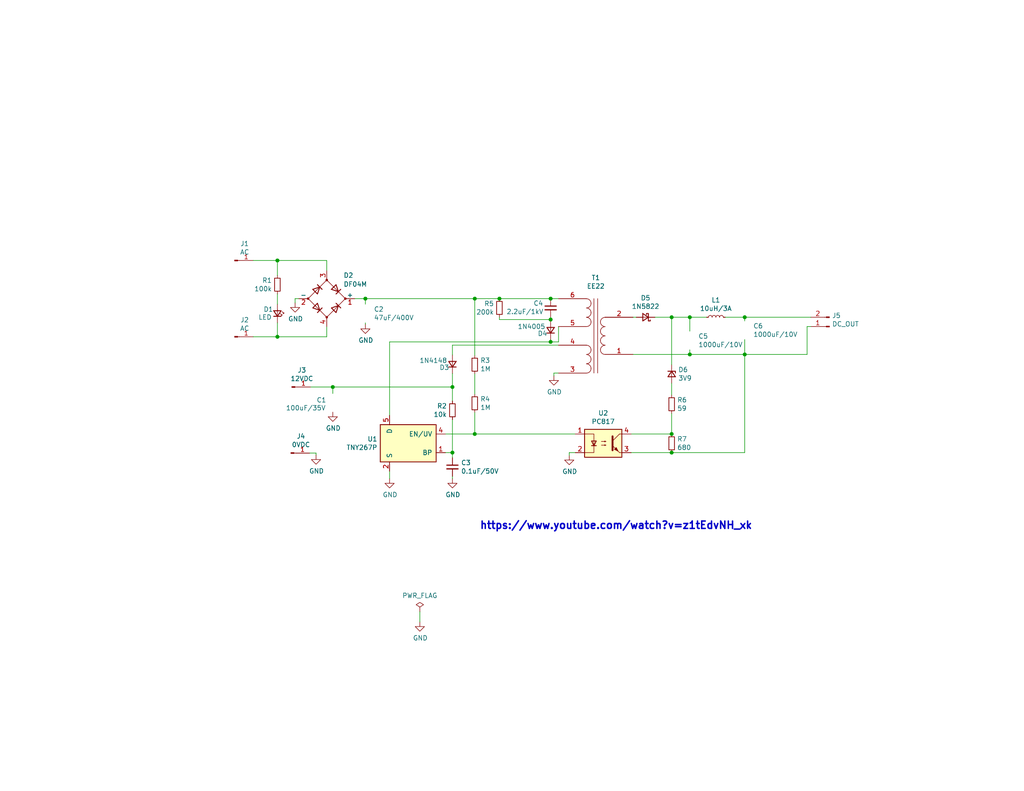
<source format=kicad_sch>
(kicad_sch (version 20211123) (generator eeschema)
  (paper "USLetter")
  (title_block (title "ACDC Switching") (date "2020-08-26"))
  (lib_symbols
    (symbol "Connector:Conn_01x01_Male" (pin_names (offset 1.016) hide)
      (property "Reference" "J" (at 0 2.54 0))
      (property "Value" "Conn_01x01_Male" (at 0 -2.54 0))
      (symbol "Conn_01x01_Male_1_1"
        (polyline (pts (xy 1.27 0) (xy 0.8636 0)) (stroke (width 0.1524)))
        (rectangle (start 0.8636 0.127) (end 0 -0.127) (stroke (width 0.1524)) (fill (type outline)))
        (pin passive line (at 5.08 0 180) (length 3.81) (name "Pin_1") (number "1"))
      )
    )
    (symbol "Connector:Conn_01x02_Male" (pin_names (offset 1.016) hide)
      (property "Reference" "J" (at 0 2.54 0))
      (property "Value" "Conn_01x02_Male" (at 0 -5.08 0))
      (symbol "Conn_01x02_Male_1_1"
        (polyline (pts (xy 1.27 -2.54) (xy 0.8636 -2.54)) (stroke (width 0.1524)))
        (polyline (pts (xy 1.27 0) (xy 0.8636 0)) (stroke (width 0.1524)))
        (rectangle (start 0.8636 -2.413) (end 0 -2.667) (stroke (width 0.1524)) (fill (type outline)))
        (rectangle (start 0.8636 0.127) (end 0 -0.127) (stroke (width 0.1524)) (fill (type outline)))
        (pin passive line (at 5.08 0 180) (length 3.81) (name "Pin_1") (number "1"))
        (pin passive line (at 5.08 -2.54 180) (length 3.81) (name "Pin_2") (number "2"))
      )
    )
    (symbol "Device:C_Small" (pin_numbers hide) (pin_names (offset 0.254) hide)
      (property "Reference" "C" (at 0.254 1.778 0))
      (property "Value" "C_Small" (at 0.254 -2.032 0))
      (symbol "C_Small_0_1"
        (polyline (pts (xy -1.524 -0.508) (xy 1.524 -0.508)) (stroke (width 0.3302)))
        (polyline (pts (xy -1.524 0.508) (xy 1.524 0.508)) (stroke (width 0.3048)))
      )
      (symbol "C_Small_1_1"
        (pin passive line (at 0 2.54 270) (length 2.032) (name "~") (number "1"))
        (pin passive line (at 0 -2.54 90) (length 2.032) (name "~") (number "2"))
      )
    )
    (symbol "Device:D_Bridge_+-AA" (pin_names (offset 0))
      (property "Reference" "D" (at 2.54 6.985 0))
      (property "Value" "D_Bridge_+-AA" (at 2.54 5.08 0))
      (symbol "D_Bridge_+-AA_0_1"
        (circle (center -5.08 0) (radius 0.254) (fill (type outline)))
        (circle (center 0 -5.08) (radius 0.254) (fill (type outline)))
        (polyline (pts (xy -2.54 3.81) (xy -1.27 2.54)) (stroke (width 0.254)))
        (polyline (pts (xy -1.27 -2.54) (xy -2.54 -3.81)) (stroke (width 0.254)))
        (polyline (pts (xy 2.54 -1.27) (xy 3.81 -2.54)) (stroke (width 0.254)))
        (polyline (pts (xy 2.54 1.27) (xy 3.81 2.54)) (stroke (width 0.254)))
        (polyline (pts (xy -3.81 2.54) (xy -2.54 1.27) (xy -1.905 3.175) (xy -3.81 2.54)) (stroke (width 0.254)))
        (polyline (pts (xy -2.54 -1.27) (xy -3.81 -2.54) (xy -1.905 -3.175) (xy -2.54 -1.27)) (stroke (width 0.254)))
        (polyline (pts (xy 1.27 2.54) (xy 2.54 3.81) (xy 3.175 1.905) (xy 1.27 2.54)) (stroke (width 0.254)))
        (polyline (pts (xy 3.175 -1.905) (xy 1.27 -2.54) (xy 2.54 -3.81) (xy 3.175 -1.905)) (stroke (width 0.254)))
        (polyline (pts (xy -5.08 0) (xy 0 -5.08) (xy 5.08 0) (xy 0 5.08) (xy -5.08 0)))
        (circle (center 0 5.08) (radius 0.254) (fill (type outline)))
        (circle (center 5.08 0) (radius 0.254) (fill (type outline)))
      )
      (symbol "D_Bridge_+-AA_1_1"
        (pin passive line (at 7.62 0 180) (length 2.54) (name "+") (number "1"))
        (pin passive line (at -7.62 0 0) (length 2.54) (name "-") (number "2"))
        (pin passive line (at 0 7.62 270) (length 2.54) (name "~") (number "3"))
        (pin passive line (at 0 -7.62 90) (length 2.54) (name "~") (number "4"))
      )
    )
    (symbol "Device:D_Schottky_Small" (pin_numbers hide) (pin_names (offset 0.254) hide)
      (property "Reference" "D" (at -1.27 2.032 0))
      (property "Value" "D_Schottky_Small" (at -7.112 -2.032 0))
      (symbol "D_Schottky_Small_0_1"
        (polyline (pts (xy -0.762 0) (xy 0.762 0)))
        (polyline (pts (xy 0.762 -1.016) (xy -0.762 0) (xy 0.762 1.016) (xy 0.762 -1.016)) (stroke (width 0.254)))
        (polyline (pts (xy -1.27 0.762) (xy -1.27 1.016) (xy -0.762 1.016) (xy -0.762 -1.016) (xy -0.254 -1.016) (xy -0.254 -0.762)) (stroke (width 0.254)))
      )
      (symbol "D_Schottky_Small_1_1"
        (pin passive line (at -2.54 0 0) (length 1.778) (name "K") (number "1"))
        (pin passive line (at 2.54 0 180) (length 1.778) (name "A") (number "2"))
      )
    )
    (symbol "Device:D_Small" (pin_numbers hide) (pin_names (offset 0.254) hide)
      (property "Reference" "D" (at -1.27 2.032 0))
      (property "Value" "D_Small" (at -3.81 -2.032 0))
      (symbol "D_Small_0_1"
        (polyline (pts (xy -0.762 -1.016) (xy -0.762 1.016)) (stroke (width 0.254)))
        (polyline (pts (xy -0.762 0) (xy 0.762 0)))
        (polyline (pts (xy 0.762 -1.016) (xy -0.762 0) (xy 0.762 1.016) (xy 0.762 -1.016)) (stroke (width 0.254)))
      )
      (symbol "D_Small_1_1"
        (pin passive line (at -2.54 0 0) (length 1.778) (name "K") (number "1"))
        (pin passive line (at 2.54 0 180) (length 1.778) (name "A") (number "2"))
      )
    )
    (symbol "Device:D_Zener_Small" (pin_numbers hide) (pin_names (offset 0.254) hide)
      (property "Reference" "D" (at 0 2.286 0))
      (property "Value" "D_Zener_Small" (at 0 -2.286 0))
      (symbol "D_Zener_Small_0_1"
        (polyline (pts (xy 0.762 0) (xy -0.762 0)))
        (polyline (pts (xy -0.254 1.016) (xy -0.762 1.016) (xy -0.762 -1.016)) (stroke (width 0.254)))
        (polyline (pts (xy 0.762 1.016) (xy -0.762 0) (xy 0.762 -1.016) (xy 0.762 1.016)) (stroke (width 0.254)))
      )
      (symbol "D_Zener_Small_1_1"
        (pin passive line (at -2.54 0 0) (length 1.778) (name "K") (number "1"))
        (pin passive line (at 2.54 0 180) (length 1.778) (name "A") (number "2"))
      )
    )
    (symbol "Device:LED_Small" (pin_numbers hide) (pin_names (offset 0.254) hide)
      (property "Reference" "D" (at -1.27 3.175 0))
      (property "Value" "LED_Small" (at -4.445 -2.54 0))
      (symbol "LED_Small_0_1"
        (polyline (pts (xy -0.762 -1.016) (xy -0.762 1.016)) (stroke (width 0.254)))
        (polyline (pts (xy 1.016 0) (xy -0.762 0)))
        (polyline (pts (xy 0.762 -1.016) (xy -0.762 0) (xy 0.762 1.016) (xy 0.762 -1.016)) (stroke (width 0.254)))
        (polyline (pts (xy 0 0.762) (xy -0.508 1.27) (xy -0.254 1.27) (xy -0.508 1.27) (xy -0.508 1.016)))
        (polyline (pts (xy 0.508 1.27) (xy 0 1.778) (xy 0.254 1.778) (xy 0 1.778) (xy 0 1.524)))
      )
      (symbol "LED_Small_1_1"
        (pin passive line (at -2.54 0 0) (length 1.778) (name "K") (number "1"))
        (pin passive line (at 2.54 0 180) (length 1.778) (name "A") (number "2"))
      )
    )
    (symbol "Device:L_Small" (pin_numbers hide) (pin_names (offset 0.254) hide)
      (property "Reference" "L" (at 0.762 1.016 0))
      (property "Value" "L_Small" (at 0.762 -1.016 0))
      (symbol "L_Small_0_1"
        (arc (start 0 -2.032) (mid 0.508 -1.524) (end 0 -1.016))
        (arc (start 0 -1.016) (mid 0.508 -0.508) (end 0 0))
        (arc (start 0 0) (mid 0.508 0.508) (end 0 1.016))
        (arc (start 0 1.016) (mid 0.508 1.524) (end 0 2.032))
      )
      (symbol "L_Small_1_1"
        (pin passive line (at 0 2.54 270) (length 0.508) (name "~") (number "1"))
        (pin passive line (at 0 -2.54 90) (length 0.508) (name "~") (number "2"))
      )
    )
    (symbol "Device:R_Small" (pin_numbers hide) (pin_names (offset 0.254) hide)
      (property "Reference" "R" (at 0.762 0.508 0))
      (property "Value" "R_Small" (at 0.762 -1.016 0))
      (symbol "R_Small_0_1"
        (rectangle (start -0.762 1.778) (end 0.762 -1.778) (stroke (width 0.2032)))
      )
      (symbol "R_Small_1_1"
        (pin passive line (at 0 2.54 270) (length 0.762) (name "~") (number "1"))
        (pin passive line (at 0 -2.54 90) (length 0.762) (name "~") (number "2"))
      )
    )
    (symbol "Device:Transformer_1P_2S" (pin_names (offset 1.016) hide)
      (property "Reference" "T" (at 0 12.7 0))
      (property "Value" "Transformer_1P_2S" (at 0 -12.7 0))
      (symbol "Transformer_1P_2S_0_1"
        (arc (start -2.54 -5.0546) (mid -1.6561 -4.6863) (end -1.27 -3.81))
        (arc (start -2.54 -2.5146) (mid -1.6561 -2.1463) (end -1.27 -1.27))
        (arc (start -2.54 0.0254) (mid -1.6561 0.3937) (end -1.27 1.27))
        (arc (start -2.54 2.5654) (mid -1.6561 2.9337) (end -1.27 3.81))
        (arc (start -1.27 -3.81) (mid -1.642 -2.912) (end -2.54 -2.54))
        (arc (start -1.27 -1.27) (mid -1.642 -0.372) (end -2.54 0))
        (arc (start -1.27 1.27) (mid -1.642 2.168) (end -2.54 2.54))
        (arc (start -1.27 3.81) (mid -1.642 4.708) (end -2.54 5.08))
        (polyline (pts (xy -0.508 -10.16) (xy -0.508 10.16)))
        (polyline (pts (xy 0.508 10.16) (xy 0.508 -10.16)))
        (arc (start 1.2954 -8.89) (mid 1.6599 -9.7701) (end 2.54 -10.1346))
        (arc (start 1.2954 -6.35) (mid 1.6599 -7.2301) (end 2.54 -7.5946))
        (arc (start 1.2954 -3.81) (mid 1.6599 -4.6901) (end 2.54 -5.0546))
        (arc (start 1.2954 3.81) (mid 1.6599 2.9299) (end 2.54 2.5654))
        (arc (start 1.2954 6.35) (mid 1.6599 5.4699) (end 2.54 5.1054))
        (arc (start 1.2954 8.89) (mid 1.6599 8.0099) (end 2.54 7.6454))
        (arc (start 2.54 -7.62) (mid 1.6456 -7.9883) (end 1.2954 -8.89))
        (arc (start 2.54 -5.08) (mid 1.6456 -5.4483) (end 1.2954 -6.35))
        (arc (start 2.54 -2.54) (mid 1.6456 -2.9083) (end 1.2954 -3.81))
        (arc (start 2.54 5.08) (mid 1.6456 4.7117) (end 1.2954 3.81))
        (arc (start 2.54 7.62) (mid 1.6456 7.2517) (end 1.2954 6.35))
        (arc (start 2.54 10.16) (mid 1.6456 9.7917) (end 1.2954 8.89))
      )
      (symbol "Transformer_1P_2S_1_1"
        (pin passive line (at -10.16 5.08 0) (length 7.62) (name "AA") (number "1"))
        (pin passive line (at -10.16 -5.08 0) (length 7.62) (name "AB") (number "2"))
        (pin passive line (at 10.16 10.16 180) (length 7.62) (name "SA") (number "3"))
        (pin passive line (at 10.16 2.54 180) (length 7.62) (name "SB") (number "4"))
        (pin passive line (at 10.16 -2.54 180) (length 7.62) (name "SC") (number "5"))
        (pin passive line (at 10.16 -10.16 180) (length 7.62) (name "SD") (number "6"))
      )
    )
    (symbol "Isolator:PC817" (pin_names (offset 1.016))
      (property "Reference" "U" (at -5.08 5.08 0))
      (property "Value" "PC817" (at 0 5.08 0))
      (symbol "PC817_0_1"
        (rectangle (start -5.08 3.81) (end 5.08 -3.81) (stroke (width 0.254)) (fill (type background)))
        (polyline (pts (xy -3.175 -0.635) (xy -1.905 -0.635)) (stroke (width 0.254)))
        (polyline (pts (xy 2.54 0.635) (xy 4.445 2.54)))
        (polyline (pts (xy 4.445 -2.54) (xy 2.54 -0.635)) (fill (type outline)))
        (polyline (pts (xy 4.445 -2.54) (xy 5.08 -2.54)))
        (polyline (pts (xy 4.445 2.54) (xy 5.08 2.54)))
        (polyline (pts (xy -5.08 2.54) (xy -2.54 2.54) (xy -2.54 -0.635)))
        (polyline (pts (xy -2.54 -0.635) (xy -2.54 -2.54) (xy -5.08 -2.54)))
        (polyline (pts (xy 2.54 1.905) (xy 2.54 -1.905) (xy 2.54 -1.905)) (stroke (width 0.508)))
        (polyline (pts (xy -2.54 -0.635) (xy -3.175 0.635) (xy -1.905 0.635) (xy -2.54 -0.635)) (stroke (width 0.254)))
        (polyline (pts (xy -0.508 -0.508) (xy 0.762 -0.508) (xy 0.381 -0.635) (xy 0.381 -0.381) (xy 0.762 -0.508)))
        (polyline (pts (xy -0.508 0.508) (xy 0.762 0.508) (xy 0.381 0.381) (xy 0.381 0.635) (xy 0.762 0.508)))
        (polyline (pts (xy 3.048 -1.651) (xy 3.556 -1.143) (xy 4.064 -2.159) (xy 3.048 -1.651) (xy 3.048 -1.651)) (fill (type outline)))
      )
      (symbol "PC817_1_1"
        (pin passive line (at -7.62 2.54 0) (length 2.54) (name "~") (number "1"))
        (pin passive line (at -7.62 -2.54 0) (length 2.54) (name "~") (number "2"))
        (pin passive line (at 7.62 -2.54 180) (length 2.54) (name "~") (number "3"))
        (pin passive line (at 7.62 2.54 180) (length 2.54) (name "~") (number "4"))
      )
    )
    (symbol "Regulator_Switching:TNY267P" (pin_names (offset 1.016))
      (property "Reference" "U" (at 0 8.89 0))
      (property "Value" "TNY267P" (at 0 6.35 0))
      (symbol "TNY267P_0_1"
        (rectangle (start -7.62 5.08) (end 7.62 -5.08) (stroke (width 0.254)) (fill (type background)))
      )
      (symbol "TNY267P_1_1"
        (pin input line (at 10.16 -2.54 180) (length 2.54) (name "BP") (number "1"))
        (pin power_in line (at -5.08 -7.62 90) (length 2.54) (name "S") (number "2"))
        (pin passive line (at -5.08 -7.62 90) (length 2.54) hide (name "S") (number "3"))
        (pin input line (at 10.16 2.54 180) (length 2.54) (name "EN/UV") (number "4"))
        (pin open_collector line (at -5.08 7.62 270) (length 2.54) (name "D") (number "5"))
        (pin passive line (at -5.08 -7.62 90) (length 2.54) hide (name "S") (number "7"))
        (pin passive line (at -5.08 -7.62 90) (length 2.54) hide (name "S") (number "8"))
      )
    )
    (symbol "power:GND" (power) (pin_names (offset 0))
      (property "Value" "GND" (at 0 -3.81 0))
      (symbol "GND_0_1"
        (polyline (pts (xy 0 0) (xy 0 -1.27) (xy 1.27 -1.27) (xy 0 -2.54) (xy -1.27 -1.27) (xy 0 -1.27)))
      )
      (symbol "GND_1_1"
        (pin power_in line (at 0 0 270) (length 0) hide (name "GND") (number "1"))
      )
    )
    (symbol "power:PWR_FLAG" (power) (pin_numbers hide) (pin_names (offset 0) hide)
      (property "Value" "PWR_FLAG" (at 0 3.81 0))
      (symbol "PWR_FLAG_0_0"
        (pin power_out line (at 0 0 90) (length 0) (name "pwr") (number "1"))
      )
      (symbol "PWR_FLAG_0_1"
        (polyline (pts (xy 0 0) (xy 0 1.27) (xy -1.016 1.905) (xy 0 2.54) (xy 1.016 1.905) (xy 0 1.27)))
      )
    )
  )
  (junction (at 203.2 96.774))
  (junction (at 129.54 118.491))
  (junction (at 188.214 86.614))
  (junction (at 75.692 71.12))
  (junction (at 129.54 81.534))
  (junction (at 136.271 81.534))
  (junction (at 123.444 123.571))
  (junction (at 203.2 86.614))
  (junction (at 150.241 81.534))
  (junction (at 188.214 96.774))
  (junction (at 75.692 91.948))
  (junction (at 183.261 86.614))
  (junction (at 99.695 81.534))
  (junction (at 183.261 123.571))
  (junction (at 123.444 105.664))
  (junction (at 150.241 87.249))
  (junction (at 183.261 118.491))
  (junction (at 90.805 105.664))
  (junction (at 150.241 93.345))
  (wire (pts (xy 150.241 93.345) (xy 152.4 93.345)))
  (wire (pts (xy 183.261 104.648) (xy 183.261 107.823)))
  (wire (pts (xy 69.088 91.948) (xy 75.692 91.948)))
  (wire (pts (xy 150.241 86.614) (xy 150.241 87.249)))
  (wire (pts (xy 178.689 86.614) (xy 183.261 86.614)))
  (wire (pts (xy 99.695 83.058) (xy 99.695 81.534)))
  (wire (pts (xy 106.299 113.411) (xy 106.299 93.345)))
  (wire (pts (xy 123.444 96.901) (xy 123.444 94.234)))
  (wire (pts (xy 220.218 89.154) (xy 220.218 96.774)))
  (wire (pts (xy 75.692 91.948) (xy 89.154 91.948)))
  (wire (pts (xy 150.241 92.71) (xy 150.241 93.345)))
  (wire (pts (xy 89.154 71.12) (xy 89.154 73.914)))
  (wire (pts (xy 172.72 96.774) (xy 188.214 96.774)))
  (wire (pts (xy 136.271 86.614) (xy 136.271 87.249)))
  (wire (pts (xy 155.321 123.571) (xy 156.972 123.571)))
  (wire (pts (xy 203.2 96.774) (xy 203.2 123.571)))
  (wire (pts (xy 80.518 81.534) (xy 80.518 82.677)))
  (wire (pts (xy 114.554 167.005) (xy 114.554 169.799)))
  (wire (pts (xy 197.866 86.614) (xy 203.2 86.614)))
  (wire (pts (xy 123.444 123.571) (xy 123.444 124.968)))
  (wire (pts (xy 183.261 86.614) (xy 183.261 99.568)))
  (wire (pts (xy 84.709 105.664) (xy 90.805 105.664)))
  (wire (pts (xy 220.218 96.774) (xy 203.2 96.774)))
  (wire (pts (xy 136.271 87.249) (xy 150.241 87.249)))
  (wire (pts (xy 188.214 90.424) (xy 188.214 86.614)))
  (wire (pts (xy 81.534 81.534) (xy 80.518 81.534)))
  (wire (pts (xy 150.241 81.534) (xy 152.4 81.534)))
  (wire (pts (xy 129.54 118.491) (xy 129.54 112.649)))
  (wire (pts (xy 89.154 91.948) (xy 89.154 89.154)))
  (wire (pts (xy 152.4 93.345) (xy 152.4 89.154)))
  (wire (pts (xy 203.2 123.571) (xy 183.261 123.571)))
  (wire (pts (xy 203.2 96.774) (xy 188.214 96.774)))
  (wire (pts (xy 90.805 107.442) (xy 90.805 105.664)))
  (wire (pts (xy 203.2 92.71) (xy 203.2 96.774)))
  (wire (pts (xy 123.444 130.048) (xy 123.444 130.683)))
  (wire (pts (xy 86.233 123.698) (xy 86.233 124.206)))
  (wire (pts (xy 84.455 123.698) (xy 86.233 123.698)))
  (wire (pts (xy 151.13 102.616) (xy 151.13 101.854)))
  (wire (pts (xy 75.692 80.264) (xy 75.692 83.058)))
  (wire (pts (xy 136.271 81.534) (xy 150.241 81.534)))
  (wire (pts (xy 123.444 114.554) (xy 123.444 123.571)))
  (wire (pts (xy 129.54 81.534) (xy 136.271 81.534)))
  (wire (pts (xy 203.2 86.614) (xy 221.234 86.614)))
  (wire (pts (xy 188.214 96.774) (xy 188.214 95.504)))
  (wire (pts (xy 106.299 93.345) (xy 150.241 93.345)))
  (wire (pts (xy 129.54 118.491) (xy 156.972 118.491)))
  (wire (pts (xy 183.261 112.903) (xy 183.261 118.491)))
  (wire (pts (xy 172.212 118.491) (xy 183.261 118.491)))
  (wire (pts (xy 172.212 123.571) (xy 183.261 123.571)))
  (wire (pts (xy 188.214 86.614) (xy 183.261 86.614)))
  (wire (pts (xy 121.539 118.491) (xy 129.54 118.491)))
  (wire (pts (xy 106.299 128.651) (xy 106.299 130.683)))
  (wire (pts (xy 188.214 86.614) (xy 192.786 86.614)))
  (wire (pts (xy 69.088 71.12) (xy 75.692 71.12)))
  (wire (pts (xy 123.444 94.234) (xy 152.4 94.234)))
  (wire (pts (xy 220.218 89.154) (xy 221.234 89.154)))
  (wire (pts (xy 172.72 86.614) (xy 173.609 86.614)))
  (wire (pts (xy 129.54 97.028) (xy 129.54 81.534)))
  (wire (pts (xy 75.692 71.12) (xy 89.154 71.12)))
  (wire (pts (xy 121.539 123.571) (xy 123.444 123.571)))
  (wire (pts (xy 96.774 81.534) (xy 99.695 81.534)))
  (wire (pts (xy 75.692 75.184) (xy 75.692 71.12)))
  (wire (pts (xy 155.321 124.333) (xy 155.321 123.571)))
  (wire (pts (xy 129.54 102.108) (xy 129.54 107.569)))
  (wire (pts (xy 123.444 101.981) (xy 123.444 105.664)))
  (wire (pts (xy 90.805 105.664) (xy 123.444 105.664)))
  (wire (pts (xy 99.695 88.138) (xy 99.695 88.519)))
  (wire (pts (xy 75.692 88.138) (xy 75.692 91.948)))
  (wire (pts (xy 151.13 101.854) (xy 152.4 101.854)))
  (wire (pts (xy 203.2 86.614) (xy 203.2 87.63)))
  (wire (pts (xy 99.695 81.534) (xy 129.54 81.534)))
  (wire (pts (xy 123.444 105.664) (xy 123.444 109.474)))
  (wire (pts (xy 150.241 87.249) (xy 150.241 87.63)))
  (text "https://www.youtube.com/watch?v=z1tEdvNH_xk" (at 130.81 144.78 0) (effects (font (size 2.0066 2.0066) (thickness 0.4013) bold) (justify left bottom)))
  (symbol (lib_id "Device:CP1_Small") (at 188.214 92.964 0) (unit 1)
    (property "Reference" "C5" (at 190.5254 91.7956 0) (effects (justify left)))
    (property "Value" "1000uF/10V" (at 190.5254 94.107 0) (effects (justify left)))
    (property "Footprint" "Capacitor_THT:CP_Radial_D12.5mm_P5.00mm" (effects hide))
  )
  (symbol (lib_id "Device:D_Schottky_Small") (at 176.149 86.614 180) (unit 1)
    (property "Reference" "D5" (at 176.149 81.3562 0))
    (property "Value" "1N5822" (at 176.149 83.6676 0))
    (property "Footprint" "Diode_THT:D_DO-201AD_P15.24mm_Horizontal" (effects hide))
  )
  (symbol (lib_id "Regulator_Switching:TNY267P") (at 111.379 121.031 0) (unit 1)
    (property "Reference" "U1" (at 102.997 119.8626 0) (effects (justify right)))
    (property "Value" "TNY267P" (at 102.997 122.174 0) (effects (justify right)))
    (property "Footprint" "Package_DIP:PowerIntegrations_PDIP-8B" (effects hide))
    (property "Datasheet" "http://www.powerint.com/sites/default/files/product-docs/tny263_268.pdf" (effects hide))
  )
  (symbol (lib_id "Connector:Conn_01x02_Male") (at 226.314 89.154 180) (unit 1)
    (property "Reference" "J5" (at 227.0252 86.1568 0) (effects (justify right)))
    (property "Value" "DC_OUT" (at 227.0252 88.4682 0) (effects (justify right)))
    (property "Footprint" "Connector_Molex:Molex_KK-254_AE-6410-02A_1x02_P2.54mm_Vertical" (effects hide))
  )
  (symbol (lib_id "Connector:Conn_01x01_Male") (at 64.008 71.12 0) (unit 1)
    (property "Reference" "J1" (at 66.7512 66.5226 0))
    (property "Value" "AC" (at 66.7512 68.834 0))
  )
  (symbol (lib_id "Device:Transformer_1P_2S") (at 162.56 91.694 180) (unit 1)
    (property "Reference" "T1" (at 162.56 75.819 0))
    (property "Value" "EE22" (at 162.56 78.1304 0))
  )
  (symbol (lib_id "Device:L_Small") (at 195.326 86.614 90) (unit 1)
    (property "Reference" "L1" (at 195.326 81.915 90))
    (property "Value" "10uH/3A" (at 195.326 84.2264 90))
  )
  (symbol (lib_id "Device:D_Bridge_+-AA") (at 89.154 81.534 0) (unit 1)
    (property "Reference" "D2" (at 93.726 75.184 0) (effects (justify left)))
    (property "Value" "DF04M" (at 93.726 77.597 0) (effects (justify left)))
    (property "Footprint" "Diode_THT:Diode_Bridge_DIP-4_W7.62mm_P5.08mm" (effects hide))
  )
  (symbol (lib_id "Connector:Conn_01x01_Male") (at 64.008 91.948 0) (unit 1)
    (property "Reference" "J2" (at 66.7512 87.3506 0))
    (property "Value" "AC" (at 66.7512 89.662 0))
  )
  (symbol (lib_id "power:GND") (at 80.518 82.677 0) (unit 1)
    (property "Reference" "#PWR0101" (effects hide))
    (property "Value" "GND" (at 80.645 87.0712 0))
  )
  (symbol (lib_id "Device:CP1_Small") (at 99.695 85.598 0) (unit 1)
    (property "Reference" "C2" (at 102.0064 84.4296 0) (effects (justify left)))
    (property "Value" "47uF/400V" (at 102.0064 86.741 0) (effects (justify left)))
    (property "Footprint" "Capacitor_THT:CP_Radial_D10.0mm_P5.00mm" (effects hide))
  )
  (symbol (lib_id "Device:LED_Small") (at 75.692 85.598 270) (mirror x) (unit 1)
    (property "Reference" "D1" (at 71.882 84.455 90) (effects (justify left)))
    (property "Value" "LED" (at 70.485 86.614 90) (effects (justify left)))
    (property "Footprint" "LED_THT:LED_D3.0mm" (effects hide))
  )
  (symbol (lib_id "Device:R_Small") (at 75.692 77.724 0) (mirror x) (unit 1)
    (property "Reference" "R1" (at 74.2188 76.5556 0) (effects (justify right)))
    (property "Value" "100k" (at 74.2188 78.867 0) (effects (justify right)))
    (property "Footprint" "Resistor_THT:R_Axial_DIN0207_L6.3mm_D2.5mm_P10.16mm_Horizontal" (effects hide))
  )
  (symbol (lib_id "power:GND") (at 99.695 88.519 0) (unit 1)
    (property "Reference" "#PWR0102" (effects hide))
    (property "Value" "GND" (at 99.822 92.9132 0))
  )
  (symbol (lib_id "Device:R_Small") (at 136.271 84.074 0) (mirror x) (unit 1)
    (property "Reference" "R5" (at 134.7978 82.9056 0) (effects (justify right)))
    (property "Value" "200k" (at 134.7978 85.217 0) (effects (justify right)))
    (property "Footprint" "Resistor_THT:R_Axial_DIN0207_L6.3mm_D2.5mm_P10.16mm_Horizontal" (effects hide))
  )
  (symbol (lib_id "Device:C_Small") (at 150.241 84.074 0) (unit 1)
    (property "Reference" "C4" (at 145.542 82.804 0) (effects (justify left)))
    (property "Value" "2.2uF/1kV" (at 138.176 85.09 0) (effects (justify left)))
    (property "Footprint" "Capacitor_THT:C_Disc_D10.5mm_W5.0mm_P5.00mm" (effects hide))
  )
  (symbol (lib_id "Device:C_Small") (at 123.444 127.508 0) (unit 1)
    (property "Reference" "C3" (at 125.7808 126.3396 0) (effects (justify left)))
    (property "Value" "0.1uF/50V" (at 125.7808 128.651 0) (effects (justify left)))
    (property "Footprint" "Capacitor_THT:C_Rect_L7.2mm_W3.5mm_P5.00mm_FKS2_FKP2_MKS2_MKP2" (effects hide))
  )
  (symbol (lib_id "power:GND") (at 106.299 130.683 0) (unit 1)
    (property "Reference" "#PWR0103" (effects hide))
    (property "Value" "GND" (at 106.426 135.0772 0))
  )
  (symbol (lib_id "power:GND") (at 123.444 130.683 0) (unit 1)
    (property "Reference" "#PWR0104" (effects hide))
    (property "Value" "GND" (at 123.571 135.0772 0))
  )
  (symbol (lib_id "Device:R_Small") (at 123.444 112.014 0) (mirror x) (unit 1)
    (property "Reference" "R2" (at 121.9454 110.8456 0) (effects (justify right)))
    (property "Value" "10k" (at 121.9454 113.157 0) (effects (justify right)))
    (property "Footprint" "Resistor_THT:R_Axial_DIN0207_L6.3mm_D2.5mm_P10.16mm_Horizontal" (effects hide))
  )
  (symbol (lib_id "Device:CP1_Small") (at 90.805 109.982 0) (unit 1)
    (property "Reference" "C1" (at 86.36 109.22 0) (effects (justify left)))
    (property "Value" "100uF/35V" (at 77.978 111.379 0) (effects (justify left)))
    (property "Footprint" "Capacitor_THT:CP_Radial_D10.0mm_P5.00mm" (effects hide))
  )
  (symbol (lib_id "power:GND") (at 90.805 112.522 0) (unit 1)
    (property "Reference" "#PWR0105" (effects hide))
    (property "Value" "GND" (at 90.932 116.9162 0))
  )
  (symbol (lib_id "Connector:Conn_01x01_Male") (at 79.629 105.664 0) (unit 1)
    (property "Reference" "J3" (at 82.3722 101.0666 0))
    (property "Value" "12VDC" (at 82.3722 103.378 0))
    (property "Footprint" "TestPoint:TestPoint_Pad_D1.0mm" (effects hide))
  )
  (symbol (lib_id "Device:CP1_Small") (at 203.2 90.17 0) (unit 1)
    (property "Reference" "C6" (at 205.5114 89.0016 0) (effects (justify left)))
    (property "Value" "1000uF/10V" (at 205.5114 91.313 0) (effects (justify left)))
    (property "Footprint" "Capacitor_THT:CP_Radial_D12.5mm_P5.00mm" (effects hide))
  )
  (symbol (lib_id "Device:R_Small") (at 129.54 99.568 180) (unit 1)
    (property "Reference" "R3" (at 131.0386 98.3996 0) (effects (justify right)))
    (property "Value" "1M" (at 131.0386 100.711 0) (effects (justify right)))
    (property "Footprint" "Resistor_THT:R_Axial_DIN0207_L6.3mm_D2.5mm_P10.16mm_Horizontal" (effects hide))
  )
  (symbol (lib_id "Device:R_Small") (at 129.54 110.109 180) (unit 1)
    (property "Reference" "R4" (at 131.0386 108.9406 0) (effects (justify right)))
    (property "Value" "1M" (at 131.0386 111.252 0) (effects (justify right)))
    (property "Footprint" "Resistor_THT:R_Axial_DIN0207_L6.3mm_D2.5mm_P10.16mm_Horizontal" (effects hide))
  )
  (symbol (lib_id "Connector:Conn_01x01_Male") (at 79.375 123.698 0) (unit 1)
    (property "Reference" "J4" (at 82.1182 119.1006 0))
    (property "Value" "0VDC" (at 82.1182 121.412 0))
    (property "Footprint" "TestPoint:TestPoint_Pad_D1.0mm" (effects hide))
  )
  (symbol (lib_id "power:GND") (at 86.233 124.206 0) (unit 1)
    (property "Reference" "#PWR0106" (effects hide))
    (property "Value" "GND" (at 86.36 128.6002 0))
  )
  (symbol (lib_id "power:GND") (at 151.13 102.616 0) (unit 1)
    (property "Reference" "#PWR0107" (effects hide))
    (property "Value" "GND" (at 151.257 107.0102 0))
  )
  (symbol (lib_id "power:GND") (at 155.321 124.333 0) (unit 1)
    (property "Reference" "#PWR0108" (effects hide))
    (property "Value" "GND" (at 155.448 128.7272 0))
  )
  (symbol (lib_id "Device:R_Small") (at 183.261 121.031 180) (unit 1)
    (property "Reference" "R7" (at 184.7596 119.8626 0) (effects (justify right)))
    (property "Value" "680" (at 184.7596 122.174 0) (effects (justify right)))
    (property "Footprint" "Resistor_THT:R_Axial_DIN0207_L6.3mm_D2.5mm_P10.16mm_Horizontal" (effects hide))
  )
  (symbol (lib_id "Device:R_Small") (at 183.261 110.363 180) (unit 1)
    (property "Reference" "R6" (at 184.7596 109.1946 0) (effects (justify right)))
    (property "Value" "59" (at 184.7596 111.506 0) (effects (justify right)))
    (property "Footprint" "Resistor_THT:R_Axial_DIN0207_L6.3mm_D2.5mm_P10.16mm_Horizontal" (effects hide))
  )
  (symbol (lib_id "Device:D_Small") (at 123.444 99.441 90) (unit 1)
    (property "Reference" "D3" (at 119.888 100.33 90) (effects (justify right)))
    (property "Value" "1N4148" (at 114.427 98.425 90) (effects (justify right)))
    (property "Footprint" "Diode_THT:D_DO-34_SOD68_P7.62mm_Horizontal" (effects hide))
  )
  (symbol (lib_id "Device:D_Small") (at 150.241 90.17 90) (unit 1)
    (property "Reference" "D4" (at 146.685 91.059 90) (effects (justify right)))
    (property "Value" "1N4005" (at 141.224 89.154 90) (effects (justify right)))
    (property "Footprint" "Diode_THT:D_DO-15_P12.70mm_Horizontal" (effects hide))
  )
  (symbol (lib_id "Device:D_Zener_Small") (at 183.261 102.108 270) (unit 1)
    (property "Reference" "D6" (at 185.039 100.9396 90) (effects (justify left)))
    (property "Value" "3V9" (at 185.039 103.251 90) (effects (justify left)))
    (property "Footprint" "Diode_THT:D_DO-41_SOD81_P10.16mm_Horizontal" (effects hide))
  )
  (symbol (lib_id "power:PWR_FLAG") (at 114.554 167.005 0) (unit 1)
    (property "Reference" "#FLG0101" (effects hide))
    (property "Value" "PWR_FLAG" (at 114.554 162.6108 0))
  )
  (symbol (lib_id "power:GND") (at 114.554 169.799 0) (unit 1)
    (property "Reference" "#PWR0109" (effects hide))
    (property "Value" "GND" (at 114.681 174.1932 0))
  )
  (symbol (lib_id "Isolator:PC817") (at 164.592 121.031 0) (unit 1)
    (property "Reference" "U2" (at 164.592 112.776 0))
    (property "Value" "PC817" (at 164.592 115.0874 0))
    (property "Footprint" "Package_DIP:DIP-4_W7.62mm" (effects hide))
    (property "Datasheet" "http://www.soselectronic.cz/a_info/resource/d/pc817.pdf" (effects hide))
  )
)
</source>
